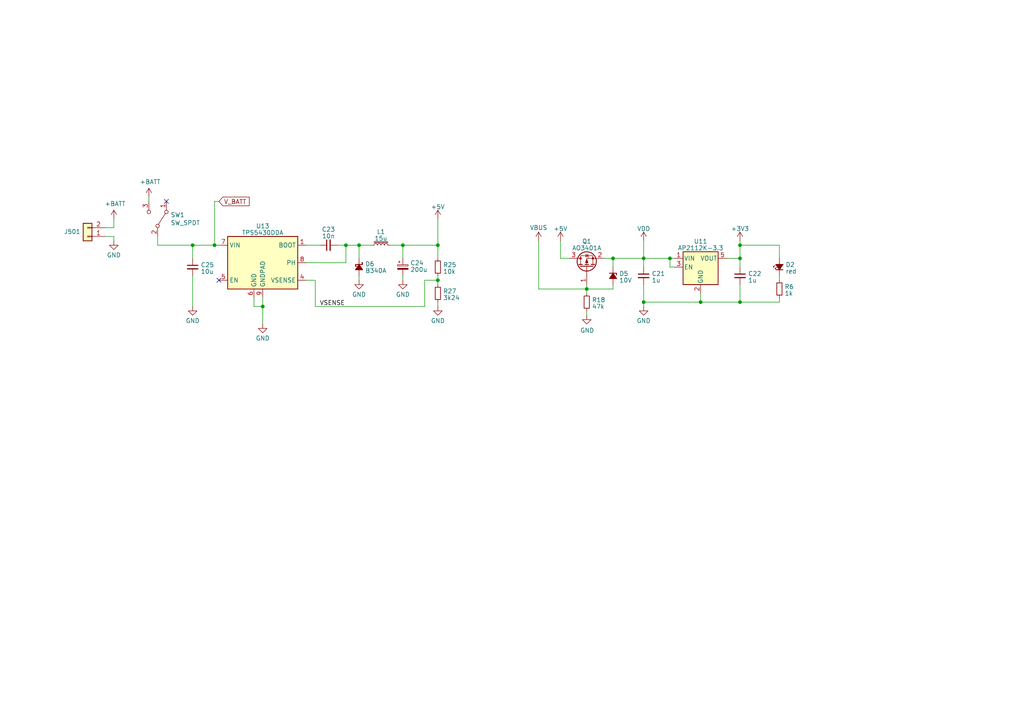
<source format=kicad_sch>
(kicad_sch (version 20230121) (generator eeschema)
  (paper "A4")
  (lib_symbols
    (symbol "Connector_Generic:Conn_01x02" (pin_names (offset 1.016) hide)
      (property "Reference" "J" (at 0 2.54 0))
      (property "Value" "Conn_01x02" (at 0 -5.08 0))
      (symbol "Conn_01x02_1_1"
        (rectangle (start -1.27 -2.413) (end 0 -2.667) (stroke (width 0.1524)))
        (rectangle (start -1.27 0.127) (end 0 -0.127) (stroke (width 0.1524)))
        (rectangle (start -1.27 1.27) (end 1.27 -3.81) (stroke (width 0.254)) (fill (type background)))
        (pin passive line (at -5.08 0 0) (length 3.81) (name "Pin_1") (number "1"))
        (pin passive line (at -5.08 -2.54 0) (length 3.81) (name "Pin_2") (number "2"))
      )
    )
    (symbol "Device:C_Polarized_Small" (pin_numbers hide) (pin_names (offset 0.254) hide)
      (property "Reference" "C" (at 0.254 1.778 0))
      (property "Value" "C_Polarized_Small" (at 0.254 -2.032 0))
      (symbol "C_Polarized_Small_0_1"
        (rectangle (start -1.524 -0.3048) (end 1.524 -0.6858) (fill (type outline)))
        (rectangle (start -1.524 0.6858) (end 1.524 0.3048))
        (polyline (pts (xy -1.27 1.524) (xy -0.762 1.524)))
        (polyline (pts (xy -1.016 1.27) (xy -1.016 1.778)))
      )
      (symbol "C_Polarized_Small_1_1"
        (pin passive line (at 0 2.54 270) (length 1.8542) (name "~") (number "1"))
        (pin passive line (at 0 -2.54 90) (length 1.8542) (name "~") (number "2"))
      )
    )
    (symbol "Device:C_Small" (pin_numbers hide) (pin_names (offset 0.254) hide)
      (property "Reference" "C" (at 0.254 1.778 0))
      (property "Value" "C_Small" (at 0.254 -2.032 0))
      (symbol "C_Small_0_1"
        (polyline (pts (xy -1.524 -0.508) (xy 1.524 -0.508)) (stroke (width 0.3302)))
        (polyline (pts (xy -1.524 0.508) (xy 1.524 0.508)) (stroke (width 0.3048)))
      )
      (symbol "C_Small_1_1"
        (pin passive line (at 0 2.54 270) (length 2.032) (name "~") (number "1"))
        (pin passive line (at 0 -2.54 90) (length 2.032) (name "~") (number "2"))
      )
    )
    (symbol "Device:D_Schottky_Small_Filled" (pin_numbers hide) (pin_names (offset 0.254) hide)
      (property "Reference" "D" (at -1.27 2.032 0))
      (property "Value" "D_Schottky_Small_Filled" (at -7.112 -2.032 0))
      (symbol "D_Schottky_Small_Filled_0_1"
        (polyline (pts (xy -0.762 0) (xy 0.762 0)))
        (polyline (pts (xy 0.762 -1.016) (xy -0.762 0) (xy 0.762 1.016) (xy 0.762 -1.016)) (stroke (width 0.254)) (fill (type outline)))
        (polyline (pts (xy -1.27 0.762) (xy -1.27 1.016) (xy -0.762 1.016) (xy -0.762 -1.016) (xy -0.254 -1.016) (xy -0.254 -0.762)) (stroke (width 0.254)))
      )
      (symbol "D_Schottky_Small_Filled_1_1"
        (pin passive line (at -2.54 0 0) (length 1.778) (name "K") (number "1"))
        (pin passive line (at 2.54 0 180) (length 1.778) (name "A") (number "2"))
      )
    )
    (symbol "Device:D_Zener_Small_ALT" (pin_numbers hide) (pin_names (offset 0.254) hide)
      (property "Reference" "D" (at 0 2.286 0))
      (property "Value" "Device_D_Zener_Small_ALT" (at 0 -2.286 0))
      (symbol "D_Zener_Small_ALT_0_1"
        (polyline (pts (xy 0.762 0) (xy -0.762 0)))
        (polyline (pts (xy -0.254 1.016) (xy -0.762 1.016) (xy -0.762 -1.016)) (stroke (width 0.254)))
        (polyline (pts (xy 0.762 1.016) (xy -0.762 0) (xy 0.762 -1.016) (xy 0.762 1.016)) (stroke (width 0.254)) (fill (type outline)))
      )
      (symbol "D_Zener_Small_ALT_1_1"
        (pin passive line (at -2.54 0 0) (length 1.778) (name "K") (number "1"))
        (pin passive line (at 2.54 0 180) (length 1.778) (name "A") (number "2"))
      )
    )
    (symbol "Device:LED_Small_Filled" (pin_numbers hide) (pin_names (offset 0.254) hide)
      (property "Reference" "D" (at -1.27 3.175 0))
      (property "Value" "LED_Small_Filled" (at -4.445 -2.54 0))
      (symbol "LED_Small_Filled_0_1"
        (polyline (pts (xy -0.762 -1.016) (xy -0.762 1.016)) (stroke (width 0.254)))
        (polyline (pts (xy 1.016 0) (xy -0.762 0)))
        (polyline (pts (xy 0.762 -1.016) (xy -0.762 0) (xy 0.762 1.016) (xy 0.762 -1.016)) (stroke (width 0.254)) (fill (type outline)))
        (polyline (pts (xy 0 0.762) (xy -0.508 1.27) (xy -0.254 1.27) (xy -0.508 1.27) (xy -0.508 1.016)))
        (polyline (pts (xy 0.508 1.27) (xy 0 1.778) (xy 0.254 1.778) (xy 0 1.778) (xy 0 1.524)))
      )
      (symbol "LED_Small_Filled_1_1"
        (pin passive line (at -2.54 0 0) (length 1.778) (name "K") (number "1"))
        (pin passive line (at 2.54 0 180) (length 1.778) (name "A") (number "2"))
      )
    )
    (symbol "Device:L_Iron_Small" (pin_numbers hide) (pin_names (offset 0.254) hide)
      (property "Reference" "L" (at 1.27 1.016 0))
      (property "Value" "L_Iron_Small" (at 1.27 -1.27 0))
      (symbol "L_Iron_Small_0_1"
        (arc (start 0 -2.032) (mid 0.5058 -1.524) (end 0 -1.016))
        (arc (start 0 -1.016) (mid 0.5058 -0.508) (end 0 0))
        (polyline (pts (xy 0.762 2.032) (xy 0.762 -2.032)))
        (polyline (pts (xy 1.016 -2.032) (xy 1.016 2.032)))
        (arc (start 0 0) (mid 0.5058 0.508) (end 0 1.016))
        (arc (start 0 1.016) (mid 0.5058 1.524) (end 0 2.032))
      )
      (symbol "L_Iron_Small_1_1"
        (pin passive line (at 0 2.54 270) (length 0.508) (name "~") (number "1"))
        (pin passive line (at 0 -2.54 90) (length 0.508) (name "~") (number "2"))
      )
    )
    (symbol "Device:R_Small" (pin_numbers hide) (pin_names (offset 0.254) hide)
      (property "Reference" "R" (at 0.762 0.508 0))
      (property "Value" "R_Small" (at 0.762 -1.016 0))
      (symbol "R_Small_0_1"
        (rectangle (start -0.762 1.778) (end 0.762 -1.778) (stroke (width 0.2032)))
      )
      (symbol "R_Small_1_1"
        (pin passive line (at 0 2.54 270) (length 0.762) (name "~") (number "1"))
        (pin passive line (at 0 -2.54 90) (length 0.762) (name "~") (number "2"))
      )
    )
    (symbol "Regulator_Linear:AP2112K-3.3" (pin_names (offset 0.254))
      (property "Reference" "U" (at -5.08 5.715 0))
      (property "Value" "AP2112K-3.3" (at 0 5.715 0))
      (symbol "AP2112K-3.3_0_1"
        (rectangle (start -5.08 4.445) (end 5.08 -5.08) (stroke (width 0.254)) (fill (type background)))
      )
      (symbol "AP2112K-3.3_1_1"
        (pin power_in line (at -7.62 2.54 0) (length 2.54) (name "VIN") (number "1"))
        (pin power_in line (at 0 -7.62 90) (length 2.54) (name "GND") (number "2"))
        (pin input line (at -7.62 0 0) (length 2.54) (name "EN") (number "3"))
        (pin no_connect line (at 5.08 0 180) (length 2.54) hide (name "NC") (number "4"))
        (pin power_out line (at 7.62 2.54 180) (length 2.54) (name "VOUT") (number "5"))
      )
    )
    (symbol "Regulator_Switching:TPS5430DDA"
      (property "Reference" "U" (at -10.16 8.89 0))
      (property "Value" "TPS5430DDA" (at -1.27 8.89 0))
      (symbol "TPS5430DDA_0_1"
        (rectangle (start -10.16 7.62) (end 10.16 -7.62) (stroke (width 0.254)) (fill (type background)))
      )
      (symbol "TPS5430DDA_1_1"
        (pin input line (at 12.7 5.08 180) (length 2.54) (name "BOOT") (number "1"))
        (pin no_connect line (at -10.16 2.54 0) (length 2.54) hide (name "NC") (number "2"))
        (pin no_connect line (at -10.16 -2.54 0) (length 2.54) hide (name "NC") (number "3"))
        (pin input line (at 12.7 -5.08 180) (length 2.54) (name "VSENSE") (number "4"))
        (pin input line (at -12.7 -5.08 0) (length 2.54) (name "EN") (number "5"))
        (pin power_in line (at -2.54 -10.16 90) (length 2.54) (name "GND") (number "6"))
        (pin power_in line (at -12.7 5.08 0) (length 2.54) (name "VIN") (number "7"))
        (pin output line (at 12.7 0 180) (length 2.54) (name "PH") (number "8"))
        (pin power_in line (at 0 -10.16 90) (length 2.54) (name "GNDPAD") (number "9"))
      )
    )
    (symbol "Switch:SW_SPDT" (pin_names (offset 0) hide)
      (property "Reference" "SW" (at 0 4.318 0))
      (property "Value" "SW_SPDT" (at 0 -5.08 0))
      (symbol "SW_SPDT_0_0"
        (circle (center -2.032 0) (radius 0.508))
        (circle (center 2.032 -2.54) (radius 0.508))
      )
      (symbol "SW_SPDT_0_1"
        (polyline (pts (xy -1.524 0.254) (xy 1.651 2.286)))
        (circle (center 2.032 2.54) (radius 0.508))
      )
      (symbol "SW_SPDT_1_1"
        (pin passive line (at 5.08 2.54 180) (length 2.54) (name "A") (number "1"))
        (pin passive line (at -5.08 0 0) (length 2.54) (name "B") (number "2"))
        (pin passive line (at 5.08 -2.54 180) (length 2.54) (name "C") (number "3"))
      )
    )
    (symbol "Transistor_FET:AO3401A" (pin_names hide)
      (property "Reference" "Q" (at 5.08 1.905 0))
      (property "Value" "AO3401A" (at 5.08 0 0))
      (symbol "AO3401A_0_1"
        (polyline (pts (xy 0.254 0) (xy -2.54 0)))
        (polyline (pts (xy 0.254 1.905) (xy 0.254 -1.905)) (stroke (width 0.254)))
        (polyline (pts (xy 0.762 -1.27) (xy 0.762 -2.286)) (stroke (width 0.254)))
        (polyline (pts (xy 0.762 0.508) (xy 0.762 -0.508)) (stroke (width 0.254)))
        (polyline (pts (xy 0.762 2.286) (xy 0.762 1.27)) (stroke (width 0.254)))
        (polyline (pts (xy 2.54 2.54) (xy 2.54 1.778)))
        (polyline (pts (xy 2.54 -2.54) (xy 2.54 0) (xy 0.762 0)))
        (polyline (pts (xy 0.762 1.778) (xy 3.302 1.778) (xy 3.302 -1.778) (xy 0.762 -1.778)))
        (polyline (pts (xy 2.286 0) (xy 1.27 0.381) (xy 1.27 -0.381) (xy 2.286 0)) (fill (type outline)))
        (polyline (pts (xy 2.794 -0.508) (xy 2.921 -0.381) (xy 3.683 -0.381) (xy 3.81 -0.254)))
        (polyline (pts (xy 3.302 -0.381) (xy 2.921 0.254) (xy 3.683 0.254) (xy 3.302 -0.381)))
        (circle (center 1.651 0) (radius 2.794) (stroke (width 0.254)))
        (circle (center 2.54 -1.778) (radius 0.254) (fill (type outline)))
        (circle (center 2.54 1.778) (radius 0.254) (fill (type outline)))
      )
      (symbol "AO3401A_1_1"
        (pin input line (at -5.08 0 0) (length 2.54) (name "G") (number "1"))
        (pin passive line (at 2.54 -5.08 90) (length 2.54) (name "S") (number "2"))
        (pin passive line (at 2.54 5.08 270) (length 2.54) (name "D") (number "3"))
      )
    )
    (symbol "power:+3V3" (power) (pin_names (offset 0))
      (property "Value" "+3V3" (at 0 3.556 0))
      (symbol "+3V3_0_1"
        (polyline (pts (xy -0.762 1.27) (xy 0 2.54)))
        (polyline (pts (xy 0 0) (xy 0 2.54)))
        (polyline (pts (xy 0 2.54) (xy 0.762 1.27)))
      )
      (symbol "+3V3_1_1"
        (pin power_in line (at 0 0 90) (length 0) hide (name "+3V3") (number "1"))
      )
    )
    (symbol "power:+5V" (power) (pin_names (offset 0))
      (property "Value" "+5V" (at 0 3.556 0))
      (symbol "+5V_0_1"
        (polyline (pts (xy -0.762 1.27) (xy 0 2.54)))
        (polyline (pts (xy 0 0) (xy 0 2.54)))
        (polyline (pts (xy 0 2.54) (xy 0.762 1.27)))
      )
      (symbol "+5V_1_1"
        (pin power_in line (at 0 0 90) (length 0) hide (name "+5V") (number "1"))
      )
    )
    (symbol "power:+BATT" (power) (pin_names (offset 0))
      (property "Value" "+BATT" (at 0 3.556 0))
      (symbol "+BATT_0_1"
        (polyline (pts (xy -0.762 1.27) (xy 0 2.54)))
        (polyline (pts (xy 0 0) (xy 0 2.54)))
        (polyline (pts (xy 0 2.54) (xy 0.762 1.27)))
      )
      (symbol "+BATT_1_1"
        (pin power_in line (at 0 0 90) (length 0) hide (name "+BATT") (number "1"))
      )
    )
    (symbol "power:GND" (power) (pin_names (offset 0))
      (property "Value" "GND" (at 0 -3.81 0))
      (symbol "GND_0_1"
        (polyline (pts (xy 0 0) (xy 0 -1.27) (xy 1.27 -1.27) (xy 0 -2.54) (xy -1.27 -1.27) (xy 0 -1.27)))
      )
      (symbol "GND_1_1"
        (pin power_in line (at 0 0 270) (length 0) hide (name "GND") (number "1"))
      )
    )
    (symbol "power:VBUS" (power) (pin_names (offset 0))
      (property "Value" "VBUS" (at 0 3.81 0))
      (symbol "VBUS_0_1"
        (polyline (pts (xy -0.762 1.27) (xy 0 2.54)))
        (polyline (pts (xy 0 0) (xy 0 2.54)))
        (polyline (pts (xy 0 2.54) (xy 0.762 1.27)))
      )
      (symbol "VBUS_1_1"
        (pin power_in line (at 0 0 90) (length 0) hide (name "VBUS") (number "1"))
      )
    )
    (symbol "power:VDD" (power) (pin_names (offset 0))
      (property "Value" "VDD" (at 0 3.81 0))
      (symbol "VDD_0_1"
        (polyline (pts (xy -0.762 1.27) (xy 0 2.54)))
        (polyline (pts (xy 0 0) (xy 0 2.54)))
        (polyline (pts (xy 0 2.54) (xy 0.762 1.27)))
      )
      (symbol "VDD_1_1"
        (pin power_in line (at 0 0 90) (length 0) hide (name "VDD") (number "1"))
      )
    )
  )
  (junction (at 186.69 74.93))
  (junction (at 214.63 74.93))
  (junction (at 214.63 71.12))
  (junction (at 186.69 87.63))
  (junction (at 100.33 71.12))
  (junction (at 127 81.28))
  (junction (at 104.14 71.12))
  (junction (at 177.8 74.93))
  (junction (at 76.2 88.9))
  (junction (at 203.2 87.63))
  (junction (at 214.63 87.63))
  (junction (at 194.31 74.93))
  (junction (at 55.88 71.12))
  (junction (at 116.84 71.12))
  (junction (at 170.18 83.82))
  (junction (at 127 71.12))
  (junction (at 62.23 71.12))
  (no_connect (at 63.5 81.28))
  (no_connect (at 48.26 58.42))
  (wire (pts (xy 88.9 81.28) (xy 91.44 81.28)))
  (wire (pts (xy 100.33 76.2) (xy 100.33 71.12)))
  (wire (pts (xy 100.33 71.12) (xy 97.79 71.12)))
  (wire (pts (xy 55.88 71.12) (xy 62.23 71.12)))
  (wire (pts (xy 43.18 57.15) (xy 43.18 58.42)))
  (wire (pts (xy 55.88 80.01) (xy 55.88 88.9)))
  (wire (pts (xy 76.2 86.36) (xy 76.2 88.9)))
  (wire (pts (xy 210.82 74.93) (xy 214.63 74.93)))
  (wire (pts (xy 116.84 71.12) (xy 116.84 74.93)))
  (wire (pts (xy 100.33 71.12) (xy 104.14 71.12)))
  (wire (pts (xy 186.69 87.63) (xy 186.69 82.55)))
  (wire (pts (xy 127 81.28) (xy 127 82.55)))
  (wire (pts (xy 177.8 74.93) (xy 175.26 74.93)))
  (wire (pts (xy 73.66 88.9) (xy 76.2 88.9)))
  (wire (pts (xy 127 74.93) (xy 127 71.12)))
  (wire (pts (xy 186.69 77.47) (xy 186.69 74.93)))
  (wire (pts (xy 123.19 81.28) (xy 127 81.28)))
  (wire (pts (xy 63.5 58.42) (xy 62.23 58.42)))
  (wire (pts (xy 91.44 88.9) (xy 123.19 88.9)))
  (wire (pts (xy 226.06 74.93) (xy 226.06 71.12)))
  (wire (pts (xy 177.8 83.82) (xy 170.18 83.82)))
  (wire (pts (xy 162.56 74.93) (xy 165.1 74.93)))
  (wire (pts (xy 214.63 74.93) (xy 214.63 77.47)))
  (wire (pts (xy 203.2 85.09) (xy 203.2 87.63)))
  (wire (pts (xy 76.2 88.9) (xy 76.2 93.98)))
  (wire (pts (xy 127 80.01) (xy 127 81.28)))
  (wire (pts (xy 186.69 87.63) (xy 186.69 88.9)))
  (wire (pts (xy 123.19 88.9) (xy 123.19 81.28)))
  (wire (pts (xy 55.88 74.93) (xy 55.88 71.12)))
  (wire (pts (xy 186.69 74.93) (xy 194.31 74.93)))
  (wire (pts (xy 45.72 71.12) (xy 55.88 71.12)))
  (wire (pts (xy 104.14 80.01) (xy 104.14 81.28)))
  (wire (pts (xy 186.69 87.63) (xy 203.2 87.63)))
  (wire (pts (xy 156.21 69.85) (xy 156.21 83.82)))
  (wire (pts (xy 194.31 74.93) (xy 194.31 77.47)))
  (wire (pts (xy 214.63 71.12) (xy 214.63 74.93)))
  (wire (pts (xy 62.23 58.42) (xy 62.23 71.12)))
  (wire (pts (xy 73.66 86.36) (xy 73.66 88.9)))
  (wire (pts (xy 127 71.12) (xy 116.84 71.12)))
  (wire (pts (xy 104.14 71.12) (xy 104.14 74.93)))
  (wire (pts (xy 88.9 76.2) (xy 100.33 76.2)))
  (wire (pts (xy 177.8 74.93) (xy 186.69 74.93)))
  (wire (pts (xy 62.23 71.12) (xy 63.5 71.12)))
  (wire (pts (xy 33.02 68.58) (xy 30.48 68.58)))
  (wire (pts (xy 88.9 71.12) (xy 92.71 71.12)))
  (wire (pts (xy 33.02 69.85) (xy 33.02 68.58)))
  (wire (pts (xy 45.72 68.58) (xy 45.72 71.12)))
  (wire (pts (xy 177.8 77.47) (xy 177.8 74.93)))
  (wire (pts (xy 170.18 90.17) (xy 170.18 91.44)))
  (wire (pts (xy 104.14 71.12) (xy 107.95 71.12)))
  (wire (pts (xy 113.03 71.12) (xy 116.84 71.12)))
  (wire (pts (xy 195.58 77.47) (xy 194.31 77.47)))
  (wire (pts (xy 156.21 83.82) (xy 170.18 83.82)))
  (wire (pts (xy 116.84 80.01) (xy 116.84 81.28)))
  (wire (pts (xy 214.63 69.85) (xy 214.63 71.12)))
  (wire (pts (xy 162.56 69.85) (xy 162.56 74.93)))
  (wire (pts (xy 203.2 87.63) (xy 214.63 87.63)))
  (wire (pts (xy 177.8 82.55) (xy 177.8 83.82)))
  (wire (pts (xy 226.06 87.63) (xy 214.63 87.63)))
  (wire (pts (xy 127 87.63) (xy 127 88.9)))
  (wire (pts (xy 127 63.5) (xy 127 71.12)))
  (wire (pts (xy 170.18 85.09) (xy 170.18 83.82)))
  (wire (pts (xy 226.06 71.12) (xy 214.63 71.12)))
  (wire (pts (xy 194.31 74.93) (xy 195.58 74.93)))
  (wire (pts (xy 170.18 83.82) (xy 170.18 82.55)))
  (wire (pts (xy 214.63 87.63) (xy 214.63 82.55)))
  (wire (pts (xy 30.48 66.04) (xy 33.02 66.04)))
  (wire (pts (xy 33.02 66.04) (xy 33.02 63.5)))
  (wire (pts (xy 226.06 80.01) (xy 226.06 81.28)))
  (wire (pts (xy 91.44 81.28) (xy 91.44 88.9)))
  (wire (pts (xy 186.69 69.85) (xy 186.69 74.93)))
  (wire (pts (xy 226.06 86.36) (xy 226.06 87.63)))
  (label "VSENSE" (at 92.71 88.9 0))
  (global_label "V_BATT" (shape input) (at 63.5 58.42 0) (property "Intersheetrefs" "${INTERSHEET_REFS}" (effects hide)))
  (symbol (lib_id "power:+5V") (at 162.56 69.85 0) (unit 1)
    (property "Reference" "#PWR075" (effects hide))
    (property "Value" "+5V" (at 162.56 66.3481 0))
  )
  (symbol (lib_id "Device:LED_Small_Filled") (at 226.06 77.47 90) (unit 1)
    (property "Reference" "D2" (at 227.838 76.7628 90) (effects (justify right)))
    (property "Value" "red" (at 227.838 78.6838 90) (effects (justify right)))
    (property "Footprint" "LED_SMD:LED_0603_1608Metric" (effects hide))
    (instances (project "Line Tracer F405RGT" (path "" (reference "D2") (unit 1)) (path "" (reference "D7") (unit 1))))
  )
  (symbol (lib_id "Device:C_Polarized_Small") (at 116.84 77.47 0) (unit 1)
    (property "Reference" "C24" (at 118.999 76.2802 0) (effects (justify left)))
    (property "Value" "200u" (at 118.999 78.2012 0) (effects (justify left)))
    (property "Footprint" "Capacitor_Tantalum_SMD:CP_EIA-6032-28_Kemet-C" (effects hide))
  )
  (symbol (lib_id "Regulator_Linear:AP2112K-3.3") (at 203.2 77.47 0) (unit 1)
    (property "Reference" "U11" (at 203.2 70.0151 0))
    (property "Value" "AP2112K-3.3" (at 203.2 71.9361 0))
    (property "Footprint" "Package_TO_SOT_SMD:SOT-23-5" (effects hide))
    (property "Datasheet" "https://www.diodes.com/assets/Datasheets/AP2112.pdf" (effects hide))
  )
  (symbol (lib_id "Device:R_Small") (at 226.06 83.82 180) (unit 1)
    (property "Reference" "R6" (at 227.5586 83.1763 0) (effects (justify right)))
    (property "Value" "1k" (at 227.5586 85.0973 0) (effects (justify right)))
    (property "Footprint" "Resistor_SMD:R_0603_1608Metric" (effects hide))
    (instances (project "Line Tracer F405RGT" (path "" (reference "R6") (unit 1)) (path "" (reference "R29") (unit 1))))
  )
  (symbol (lib_id "Connector_Generic:Conn_01x02") (at 25.4 68.58 180) (unit 1)
    (property "Reference" "J501" (at 23.368 67.2084 0) (effects (justify left)))
    (property "Value" "Conn_01x02" (effects hide))
    (property "Footprint" "Connector_JST:JST_PH_B2B-PH-K_1x02_P2.00mm_Vertical" (effects hide))
    (instances (project "Line Tracer esp32" (path "" (reference "J501") (unit 1))) (project "Line Tracer" (path "" (reference "J9") (unit 1))) (project "Line Tracer F405RGT" (path "" (reference "J4") (unit 1)) (path "" (reference "J9") (unit 1))) (project "Line Tracer RP2040" (path "" (reference "J301") (unit 1))))
  )
  (symbol (lib_id "power:GND") (at 76.2 93.98 0) (unit 1)
    (property "Reference" "#PWR052" (effects hide))
    (property "Value" "GND" (at 76.2 98.1155 0))
  )
  (symbol (lib_id "power:+5V") (at 127 63.5 0) (unit 1)
    (property "Reference" "#PWR073" (effects hide))
    (property "Value" "+5V" (at 127 59.9981 0))
  )
  (symbol (lib_id "power:GND") (at 127 88.9 0) (unit 1)
    (property "Reference" "#PWR072" (effects hide))
    (property "Value" "GND" (at 127 93.0355 0))
  )
  (symbol (lib_id "Device:L_Iron_Small") (at 110.49 71.12 90) (unit 1)
    (property "Reference" "L1" (at 110.49 67.2211 90))
    (property "Value" "15u" (at 110.49 69.1421 90))
    (property "Footprint" "Inductor_SMD:L_Chilisin_BMRB00060650" (effects hide))
    (property "MFR.Part #" "CKST0605" (effects hide))
    (property "JLCPCB Part #" "C3002651" (effects hide))
  )
  (symbol (lib_id "Device:R_Small") (at 127 77.47 0) (unit 1)
    (property "Reference" "R25" (at 128.4986 76.8263 0) (effects (justify left)))
    (property "Value" "10k" (at 128.4986 78.7473 0) (effects (justify left)))
    (property "Footprint" "Resistor_SMD:R_0603_1608Metric" (effects hide))
  )
  (symbol (lib_id "Device:R_Small") (at 170.18 87.63 0) (unit 1)
    (property "Reference" "R18" (at 171.6786 86.9863 0) (effects (justify left)))
    (property "Value" "47k" (at 171.6786 88.9073 0) (effects (justify left)))
    (property "Footprint" "Resistor_SMD:R_0603_1608Metric" (effects hide))
    (instances (project "Line Tracer" (path "" (reference "R18") (unit 1))) (project "Line Tracer F405RGT" (path "" (reference "R3") (unit 1)) (path "" (reference "R3") (unit 1)) (path "" (reference "R3") (unit 1))))
  )
  (symbol (lib_id "power:GND") (at 116.84 81.28 0) (unit 1)
    (property "Reference" "#PWR071" (effects hide))
    (property "Value" "GND" (at 116.84 85.4155 0))
  )
  (symbol (lib_id "Device:C_Small") (at 95.25 71.12 90) (unit 1)
    (property "Reference" "C23" (at 95.2563 66.548 90))
    (property "Value" "10n" (at 95.2563 68.469 90))
    (property "Footprint" "Capacitor_SMD:C_0603_1608Metric" (effects hide))
  )
  (symbol (lib_id "Regulator_Switching:TPS5430DDA") (at 76.2 76.2 0) (unit 1)
    (property "Reference" "U13" (at 76.2 65.5701 0))
    (property "Value" "TPS5430DDA" (at 76.2 67.4911 0))
    (property "Footprint" "Package_SO:TI_SO-PowerPAD-8_ThermalVias" (effects hide))
    (property "Datasheet" "http://www.ti.com/lit/ds/symlink/tps5430.pdf" (effects hide))
  )
  (symbol (lib_id "Device:C_Small") (at 214.63 80.01 0) (unit 1)
    (property "Reference" "C22" (at 216.9541 79.3726 0) (effects (justify left)))
    (property "Value" "1u" (at 216.9541 81.2936 0) (effects (justify left)))
    (property "Footprint" "Capacitor_SMD:C_0805_2012Metric" (effects hide))
  )
  (symbol (lib_id "Transistor_FET:AO3401A") (at 170.18 77.47 90) (unit 1)
    (property "Reference" "Q1" (at 170.18 70.0151 90))
    (property "Value" "AO3401A" (at 170.18 71.9361 90))
    (property "Footprint" "Package_TO_SOT_SMD:SOT-23" (effects hide))
    (property "Datasheet" "http://www.aosmd.com/pdfs/datasheet/AO3401A.pdf" (effects hide))
  )
  (symbol (lib_id "power:GND") (at 33.02 69.85 0) (unit 1)
    (property "Reference" "#PWR076" (effects hide))
    (property "Value" "GND" (at 33.02 73.9855 0))
  )
  (symbol (lib_id "power:GND") (at 186.69 88.9 0) (unit 1)
    (property "Reference" "#PWR046" (effects hide))
    (property "Value" "GND" (at 186.69 93.0355 0))
  )
  (symbol (lib_id "power:+BATT") (at 43.18 57.15 0) (unit 1)
    (property "Reference" "#PWR043" (effects hide))
    (property "Value" "+BATT" (at 43.561 52.7558 0))
    (instances (project "Line Tracer" (path "" (reference "#PWR043") (unit 1))) (project "Line Tracer F405RGT" (path "" (reference "#PWR02") (unit 1)) (path "" (reference "#PWR02") (unit 1)) (path "" (reference "#PWR02") (unit 1))))
  )
  (symbol (lib_id "power:VBUS") (at 156.21 69.85 0) (unit 1)
    (property "Reference" "#PWR077" (effects hide))
    (property "Value" "VBUS" (at 156.21 66.04 0))
    (instances (project "Line Tracer" (path "" (reference "#PWR077") (unit 1))) (project "Line Tracer F405RGT" (path "" (reference "#PWR01") (unit 1)) (path "" (reference "#PWR01") (unit 1)) (path "" (reference "#PWR01") (unit 1))))
  )
  (symbol (lib_id "Device:R_Small") (at 127 85.09 0) (unit 1)
    (property "Reference" "R27" (at 128.4986 84.4463 0) (effects (justify left)))
    (property "Value" "3k24" (at 128.4986 86.3673 0) (effects (justify left)))
    (property "Footprint" "Resistor_SMD:R_0603_1608Metric" (effects hide))
  )
  (symbol (lib_id "Device:C_Small") (at 186.69 80.01 0) (unit 1)
    (property "Reference" "C21" (at 189.0141 79.3726 0) (effects (justify left)))
    (property "Value" "1u" (at 189.0141 81.2936 0) (effects (justify left)))
    (property "Footprint" "Capacitor_SMD:C_0805_2012Metric" (effects hide))
  )
  (symbol (lib_id "Device:C_Small") (at 55.88 77.47 0) (unit 1)
    (property "Reference" "C25" (at 58.2041 76.8326 0) (effects (justify left)))
    (property "Value" "10u" (at 58.2041 78.7536 0) (effects (justify left)))
    (property "Footprint" "Capacitor_SMD:C_1206_3216Metric" (effects hide))
  )
  (symbol (lib_id "power:GND") (at 104.14 81.28 0) (unit 1)
    (property "Reference" "#PWR070" (effects hide))
    (property "Value" "GND" (at 104.14 85.4155 0))
  )
  (symbol (lib_id "power:VDD") (at 186.69 69.85 0) (unit 1)
    (property "Reference" "#PWR050" (effects hide))
    (property "Value" "VDD" (at 186.69 66.3481 0))
  )
  (symbol (lib_id "power:+BATT") (at 33.02 63.5 0) (unit 1)
    (property "Reference" "#PWR043" (effects hide))
    (property "Value" "+BATT" (at 33.401 59.1058 0))
    (instances (project "Line Tracer" (path "" (reference "#PWR043") (unit 1))) (project "Line Tracer F405RGT" (path "" (reference "#PWR02") (unit 1)) (path "" (reference "#PWR02") (unit 1)) (path "" (reference "#PWR04") (unit 1))))
  )
  (symbol (lib_id "Switch:SW_SPDT") (at 45.72 63.5 270) (mirror x) (unit 1)
    (property "Reference" "SW1" (at 49.4792 62.3316 90) (effects (justify left)))
    (property "Value" "SW_SPDT" (at 49.4792 64.643 90) (effects (justify left)))
    (property "Footprint" "Button_Switch_SMD:SW_SPDT_PCM12" (effects hide))
  )
  (symbol (lib_id "power:GND") (at 170.18 91.44 0) (unit 1)
    (property "Reference" "#PWR054" (effects hide))
    (property "Value" "GND" (at 170.307 95.8342 0))
    (instances (project "Line Tracer" (path "" (reference "#PWR054") (unit 1))) (project "Line Tracer F405RGT" (path "" (reference "#PWR013") (unit 1)) (path "" (reference "#PWR013") (unit 1)) (path "" (reference "#PWR013") (unit 1))))
  )
  (symbol (lib_id "power:+3V3") (at 214.63 69.85 0) (unit 1)
    (property "Reference" "#PWR048" (effects hide))
    (property "Value" "+3V3" (at 214.63 66.3481 0))
  )
  (symbol (lib_id "power:GND") (at 55.88 88.9 0) (unit 1)
    (property "Reference" "#PWR074" (effects hide))
    (property "Value" "GND" (at 55.88 93.0355 0))
  )
  (symbol (lib_id "Device:D_Zener_Small_ALT") (at 177.8 80.01 270) (unit 1)
    (property "Reference" "D5" (at 179.578 79.3663 90) (effects (justify left)))
    (property "Value" "10V" (at 179.578 81.2873 90) (effects (justify left)))
    (property "Footprint" "Diode_SMD:D_SOD-123" (effects hide))
    (instances (project "Line Tracer" (path "" (reference "D5") (unit 1))) (project "Line Tracer F405RGT" (path "" (reference "D1") (unit 1)) (path "" (reference "D1") (unit 1)) (path "" (reference "D1") (unit 1))))
  )
  (symbol (lib_id "Device:D_Schottky_Small_Filled") (at 104.14 77.47 270) (unit 1)
    (property "Reference" "D6" (at 105.918 76.5723 90) (effects (justify left)))
    (property "Value" "B340A" (at 105.918 78.4933 90) (effects (justify left)))
    (property "Footprint" "Diode_SMD:D_SMA" (effects hide))
  )
)
</source>
